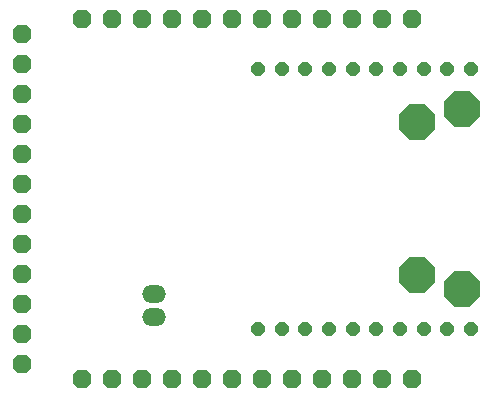
<source format=gbr>
%FSLAX23Y23*%
%MOIN*%
G70*
G01*
G75*
G04 Layer_Color=16711935*
%ADD10R,0.024X0.024*%
%ADD11R,0.012X0.016*%
%ADD12R,0.126X0.055*%
%ADD13R,0.031X0.024*%
%ADD14R,0.018X0.012*%
%ADD15R,0.024X0.020*%
%ADD16R,0.024X0.031*%
%ADD17R,0.039X0.039*%
%ADD18R,0.033X0.014*%
%ADD19R,0.028X0.039*%
%ADD20R,0.039X0.079*%
%ADD21R,0.039X0.063*%
%ADD22R,0.059X0.059*%
%ADD23R,0.020X0.010*%
%ADD24R,0.010X0.020*%
G04:AMPARAMS|DCode=25|XSize=20mil|YSize=10mil|CornerRadius=0mil|HoleSize=0mil|Usage=FLASHONLY|Rotation=90.000|XOffset=0mil|YOffset=0mil|HoleType=Round|Shape=Octagon|*
%AMOCTAGOND25*
4,1,8,0.002,0.010,-0.002,0.010,-0.005,0.007,-0.005,-0.007,-0.002,-0.010,0.002,-0.010,0.005,-0.007,0.005,0.007,0.002,0.010,0.0*
%
%ADD25OCTAGOND25*%

%ADD26R,0.039X0.039*%
%ADD27C,0.010*%
%ADD28C,0.010*%
%ADD29C,0.012*%
%ADD30C,0.020*%
%ADD31C,0.016*%
%ADD32C,0.014*%
%ADD33P,0.068X8X292.5*%
%ADD34P,0.051X8X202.5*%
%ADD35P,0.068X8X202.5*%
%ADD36O,0.079X0.059*%
%ADD37P,0.128X8X22.5*%
%ADD38C,0.059*%
%ADD39C,0.024*%
%ADD40C,0.026*%
%ADD41C,0.006*%
%ADD42C,0.004*%
%ADD43C,0.008*%
%ADD44C,0.005*%
D33*
X-1300Y1150D02*
D03*
Y1050D02*
D03*
Y950D02*
D03*
Y850D02*
D03*
Y750D02*
D03*
Y650D02*
D03*
Y550D02*
D03*
Y450D02*
D03*
Y350D02*
D03*
Y250D02*
D03*
Y150D02*
D03*
Y50D02*
D03*
D34*
X-512Y169D02*
D03*
X-434D02*
D03*
X-355D02*
D03*
X-276D02*
D03*
X-197D02*
D03*
X-119D02*
D03*
X-40D02*
D03*
X39D02*
D03*
X117D02*
D03*
X196D02*
D03*
X-512Y1035D02*
D03*
X-434D02*
D03*
X-355D02*
D03*
X-276D02*
D03*
X-197D02*
D03*
X-119D02*
D03*
X-40D02*
D03*
X39D02*
D03*
X117D02*
D03*
X196D02*
D03*
D35*
X-1100Y1200D02*
D03*
X-1000D02*
D03*
X-900D02*
D03*
X-800D02*
D03*
X-700D02*
D03*
X-600D02*
D03*
X-500D02*
D03*
X-400D02*
D03*
X-300D02*
D03*
X-200D02*
D03*
X-100D02*
D03*
X0D02*
D03*
Y0D02*
D03*
X-100D02*
D03*
X-200D02*
D03*
X-300D02*
D03*
X-400D02*
D03*
X-500D02*
D03*
X-600D02*
D03*
X-700D02*
D03*
X-800D02*
D03*
X-900D02*
D03*
X-1000D02*
D03*
X-1100D02*
D03*
D36*
X-860Y284D02*
D03*
Y206D02*
D03*
D37*
X18Y347D02*
D03*
Y858D02*
D03*
X168Y302D02*
D03*
Y902D02*
D03*
M02*

</source>
